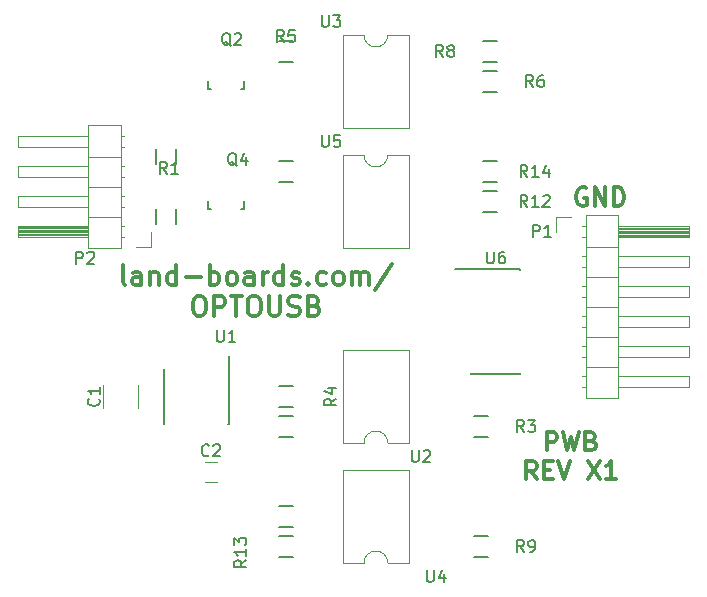
<source format=gto>
G04 #@! TF.FileFunction,Legend,Top*
%FSLAX46Y46*%
G04 Gerber Fmt 4.6, Leading zero omitted, Abs format (unit mm)*
G04 Created by KiCad (PCBNEW (after 2015-mar-04 BZR unknown)-product) date 3/7/2017 4:59:06 PM*
%MOMM*%
G01*
G04 APERTURE LIST*
%ADD10C,0.150000*%
%ADD11C,0.304800*%
%ADD12C,0.120000*%
G04 APERTURE END LIST*
D10*
D11*
X44495358Y-15392400D02*
X44350215Y-15316200D01*
X44132501Y-15316200D01*
X43914786Y-15392400D01*
X43769644Y-15544800D01*
X43697072Y-15697200D01*
X43624501Y-16002000D01*
X43624501Y-16230600D01*
X43697072Y-16535400D01*
X43769644Y-16687800D01*
X43914786Y-16840200D01*
X44132501Y-16916400D01*
X44277644Y-16916400D01*
X44495358Y-16840200D01*
X44567929Y-16764000D01*
X44567929Y-16230600D01*
X44277644Y-16230600D01*
X45221072Y-16916400D02*
X45221072Y-15316200D01*
X46091929Y-16916400D01*
X46091929Y-15316200D01*
X46817643Y-16916400D02*
X46817643Y-15316200D01*
X47180500Y-15316200D01*
X47398215Y-15392400D01*
X47543357Y-15544800D01*
X47615929Y-15697200D01*
X47688500Y-16002000D01*
X47688500Y-16230600D01*
X47615929Y-16535400D01*
X47543357Y-16687800D01*
X47398215Y-16840200D01*
X47180500Y-16916400D01*
X46817643Y-16916400D01*
X5464023Y-23568781D02*
X5306785Y-23490162D01*
X5228166Y-23332924D01*
X5228166Y-21917781D01*
X6800548Y-23568781D02*
X6800548Y-22703971D01*
X6721929Y-22546733D01*
X6564691Y-22468114D01*
X6250214Y-22468114D01*
X6092976Y-22546733D01*
X6800548Y-23490162D02*
X6643310Y-23568781D01*
X6250214Y-23568781D01*
X6092976Y-23490162D01*
X6014357Y-23332924D01*
X6014357Y-23175686D01*
X6092976Y-23018448D01*
X6250214Y-22939829D01*
X6643310Y-22939829D01*
X6800548Y-22861210D01*
X7586738Y-22468114D02*
X7586738Y-23568781D01*
X7586738Y-22625352D02*
X7665357Y-22546733D01*
X7822595Y-22468114D01*
X8058453Y-22468114D01*
X8215691Y-22546733D01*
X8294310Y-22703971D01*
X8294310Y-23568781D01*
X9788072Y-23568781D02*
X9788072Y-21917781D01*
X9788072Y-23490162D02*
X9630834Y-23568781D01*
X9316357Y-23568781D01*
X9159119Y-23490162D01*
X9080500Y-23411543D01*
X9001881Y-23254305D01*
X9001881Y-22782590D01*
X9080500Y-22625352D01*
X9159119Y-22546733D01*
X9316357Y-22468114D01*
X9630834Y-22468114D01*
X9788072Y-22546733D01*
X10574262Y-22939829D02*
X11832167Y-22939829D01*
X12618357Y-23568781D02*
X12618357Y-21917781D01*
X12618357Y-22546733D02*
X12775595Y-22468114D01*
X13090072Y-22468114D01*
X13247310Y-22546733D01*
X13325929Y-22625352D01*
X13404548Y-22782590D01*
X13404548Y-23254305D01*
X13325929Y-23411543D01*
X13247310Y-23490162D01*
X13090072Y-23568781D01*
X12775595Y-23568781D01*
X12618357Y-23490162D01*
X14347976Y-23568781D02*
X14190738Y-23490162D01*
X14112119Y-23411543D01*
X14033500Y-23254305D01*
X14033500Y-22782590D01*
X14112119Y-22625352D01*
X14190738Y-22546733D01*
X14347976Y-22468114D01*
X14583834Y-22468114D01*
X14741072Y-22546733D01*
X14819691Y-22625352D01*
X14898310Y-22782590D01*
X14898310Y-23254305D01*
X14819691Y-23411543D01*
X14741072Y-23490162D01*
X14583834Y-23568781D01*
X14347976Y-23568781D01*
X16313453Y-23568781D02*
X16313453Y-22703971D01*
X16234834Y-22546733D01*
X16077596Y-22468114D01*
X15763119Y-22468114D01*
X15605881Y-22546733D01*
X16313453Y-23490162D02*
X16156215Y-23568781D01*
X15763119Y-23568781D01*
X15605881Y-23490162D01*
X15527262Y-23332924D01*
X15527262Y-23175686D01*
X15605881Y-23018448D01*
X15763119Y-22939829D01*
X16156215Y-22939829D01*
X16313453Y-22861210D01*
X17099643Y-23568781D02*
X17099643Y-22468114D01*
X17099643Y-22782590D02*
X17178262Y-22625352D01*
X17256881Y-22546733D01*
X17414119Y-22468114D01*
X17571358Y-22468114D01*
X18829263Y-23568781D02*
X18829263Y-21917781D01*
X18829263Y-23490162D02*
X18672025Y-23568781D01*
X18357548Y-23568781D01*
X18200310Y-23490162D01*
X18121691Y-23411543D01*
X18043072Y-23254305D01*
X18043072Y-22782590D01*
X18121691Y-22625352D01*
X18200310Y-22546733D01*
X18357548Y-22468114D01*
X18672025Y-22468114D01*
X18829263Y-22546733D01*
X19536834Y-23490162D02*
X19694072Y-23568781D01*
X20008548Y-23568781D01*
X20165787Y-23490162D01*
X20244406Y-23332924D01*
X20244406Y-23254305D01*
X20165787Y-23097067D01*
X20008548Y-23018448D01*
X19772691Y-23018448D01*
X19615453Y-22939829D01*
X19536834Y-22782590D01*
X19536834Y-22703971D01*
X19615453Y-22546733D01*
X19772691Y-22468114D01*
X20008548Y-22468114D01*
X20165787Y-22546733D01*
X20951977Y-23411543D02*
X21030596Y-23490162D01*
X20951977Y-23568781D01*
X20873358Y-23490162D01*
X20951977Y-23411543D01*
X20951977Y-23568781D01*
X22445739Y-23490162D02*
X22288501Y-23568781D01*
X21974024Y-23568781D01*
X21816786Y-23490162D01*
X21738167Y-23411543D01*
X21659548Y-23254305D01*
X21659548Y-22782590D01*
X21738167Y-22625352D01*
X21816786Y-22546733D01*
X21974024Y-22468114D01*
X22288501Y-22468114D01*
X22445739Y-22546733D01*
X23389167Y-23568781D02*
X23231929Y-23490162D01*
X23153310Y-23411543D01*
X23074691Y-23254305D01*
X23074691Y-22782590D01*
X23153310Y-22625352D01*
X23231929Y-22546733D01*
X23389167Y-22468114D01*
X23625025Y-22468114D01*
X23782263Y-22546733D01*
X23860882Y-22625352D01*
X23939501Y-22782590D01*
X23939501Y-23254305D01*
X23860882Y-23411543D01*
X23782263Y-23490162D01*
X23625025Y-23568781D01*
X23389167Y-23568781D01*
X24647072Y-23568781D02*
X24647072Y-22468114D01*
X24647072Y-22625352D02*
X24725691Y-22546733D01*
X24882929Y-22468114D01*
X25118787Y-22468114D01*
X25276025Y-22546733D01*
X25354644Y-22703971D01*
X25354644Y-23568781D01*
X25354644Y-22703971D02*
X25433263Y-22546733D01*
X25590501Y-22468114D01*
X25826358Y-22468114D01*
X25983596Y-22546733D01*
X26062215Y-22703971D01*
X26062215Y-23568781D01*
X28027691Y-21839162D02*
X26612548Y-23961876D01*
X11557000Y-24533981D02*
X11871477Y-24533981D01*
X12028715Y-24612600D01*
X12185953Y-24769838D01*
X12264572Y-25084314D01*
X12264572Y-25634648D01*
X12185953Y-25949124D01*
X12028715Y-26106362D01*
X11871477Y-26184981D01*
X11557000Y-26184981D01*
X11399762Y-26106362D01*
X11242524Y-25949124D01*
X11163905Y-25634648D01*
X11163905Y-25084314D01*
X11242524Y-24769838D01*
X11399762Y-24612600D01*
X11557000Y-24533981D01*
X12972143Y-26184981D02*
X12972143Y-24533981D01*
X13601096Y-24533981D01*
X13758334Y-24612600D01*
X13836953Y-24691219D01*
X13915572Y-24848457D01*
X13915572Y-25084314D01*
X13836953Y-25241552D01*
X13758334Y-25320171D01*
X13601096Y-25398790D01*
X12972143Y-25398790D01*
X14387286Y-24533981D02*
X15330715Y-24533981D01*
X14859000Y-26184981D02*
X14859000Y-24533981D01*
X16195524Y-24533981D02*
X16510001Y-24533981D01*
X16667239Y-24612600D01*
X16824477Y-24769838D01*
X16903096Y-25084314D01*
X16903096Y-25634648D01*
X16824477Y-25949124D01*
X16667239Y-26106362D01*
X16510001Y-26184981D01*
X16195524Y-26184981D01*
X16038286Y-26106362D01*
X15881048Y-25949124D01*
X15802429Y-25634648D01*
X15802429Y-25084314D01*
X15881048Y-24769838D01*
X16038286Y-24612600D01*
X16195524Y-24533981D01*
X17610667Y-24533981D02*
X17610667Y-25870505D01*
X17689286Y-26027743D01*
X17767905Y-26106362D01*
X17925143Y-26184981D01*
X18239620Y-26184981D01*
X18396858Y-26106362D01*
X18475477Y-26027743D01*
X18554096Y-25870505D01*
X18554096Y-24533981D01*
X19261667Y-26106362D02*
X19497524Y-26184981D01*
X19890620Y-26184981D01*
X20047858Y-26106362D01*
X20126477Y-26027743D01*
X20205096Y-25870505D01*
X20205096Y-25713267D01*
X20126477Y-25556029D01*
X20047858Y-25477410D01*
X19890620Y-25398790D01*
X19576143Y-25320171D01*
X19418905Y-25241552D01*
X19340286Y-25162933D01*
X19261667Y-25005695D01*
X19261667Y-24848457D01*
X19340286Y-24691219D01*
X19418905Y-24612600D01*
X19576143Y-24533981D01*
X19969239Y-24533981D01*
X20205096Y-24612600D01*
X21463001Y-25320171D02*
X21698858Y-25398790D01*
X21777477Y-25477410D01*
X21856096Y-25634648D01*
X21856096Y-25870505D01*
X21777477Y-26027743D01*
X21698858Y-26106362D01*
X21541620Y-26184981D01*
X20912667Y-26184981D01*
X20912667Y-24533981D01*
X21463001Y-24533981D01*
X21620239Y-24612600D01*
X21698858Y-24691219D01*
X21777477Y-24848457D01*
X21777477Y-25005695D01*
X21698858Y-25162933D01*
X21620239Y-25241552D01*
X21463001Y-25320171D01*
X20912667Y-25320171D01*
X41148000Y-37570229D02*
X41148000Y-36046229D01*
X41728572Y-36046229D01*
X41873714Y-36118800D01*
X41946286Y-36191371D01*
X42018857Y-36336514D01*
X42018857Y-36554229D01*
X41946286Y-36699371D01*
X41873714Y-36771943D01*
X41728572Y-36844514D01*
X41148000Y-36844514D01*
X42526857Y-36046229D02*
X42889714Y-37570229D01*
X43180000Y-36481657D01*
X43470286Y-37570229D01*
X43833143Y-36046229D01*
X44921714Y-36771943D02*
X45139428Y-36844514D01*
X45212000Y-36917086D01*
X45284571Y-37062229D01*
X45284571Y-37279943D01*
X45212000Y-37425086D01*
X45139428Y-37497657D01*
X44994286Y-37570229D01*
X44413714Y-37570229D01*
X44413714Y-36046229D01*
X44921714Y-36046229D01*
X45066857Y-36118800D01*
X45139428Y-36191371D01*
X45212000Y-36336514D01*
X45212000Y-36481657D01*
X45139428Y-36626800D01*
X45066857Y-36699371D01*
X44921714Y-36771943D01*
X44413714Y-36771943D01*
X40277142Y-40008629D02*
X39769142Y-39282914D01*
X39406285Y-40008629D02*
X39406285Y-38484629D01*
X39986857Y-38484629D01*
X40131999Y-38557200D01*
X40204571Y-38629771D01*
X40277142Y-38774914D01*
X40277142Y-38992629D01*
X40204571Y-39137771D01*
X40131999Y-39210343D01*
X39986857Y-39282914D01*
X39406285Y-39282914D01*
X40930285Y-39210343D02*
X41438285Y-39210343D01*
X41655999Y-40008629D02*
X40930285Y-40008629D01*
X40930285Y-38484629D01*
X41655999Y-38484629D01*
X42091428Y-38484629D02*
X42599428Y-40008629D01*
X43107428Y-38484629D01*
X44631428Y-38484629D02*
X45647428Y-40008629D01*
X45647428Y-38484629D02*
X44631428Y-40008629D01*
X47026286Y-40008629D02*
X46155429Y-40008629D01*
X46590857Y-40008629D02*
X46590857Y-38484629D01*
X46445714Y-38702343D01*
X46300572Y-38847486D01*
X46155429Y-38920057D01*
D10*
X8015000Y-18380000D02*
X8015000Y-17180000D01*
X9765000Y-17180000D02*
X9765000Y-18380000D01*
X36160000Y-46595000D02*
X34960000Y-46595000D01*
X34960000Y-44845000D02*
X36160000Y-44845000D01*
X8015000Y-13300000D02*
X8015000Y-12100000D01*
X9765000Y-12100000D02*
X9765000Y-13300000D01*
X19650000Y-44055000D02*
X18450000Y-44055000D01*
X18450000Y-42305000D02*
X19650000Y-42305000D01*
X36160000Y-36435000D02*
X34960000Y-36435000D01*
X34960000Y-34685000D02*
X36160000Y-34685000D01*
X19650000Y-14845000D02*
X18450000Y-14845000D01*
X18450000Y-13095000D02*
X19650000Y-13095000D01*
X19650000Y-33895000D02*
X18450000Y-33895000D01*
X18450000Y-32145000D02*
X19650000Y-32145000D01*
X35722000Y-15635000D02*
X36922000Y-15635000D01*
X36922000Y-17385000D02*
X35722000Y-17385000D01*
X15469820Y-6299200D02*
X15469820Y-7000240D01*
X15469820Y-7000240D02*
X15220900Y-7000240D01*
X12670840Y-7000240D02*
X12470180Y-7000240D01*
X12470180Y-7000240D02*
X12470180Y-6299200D01*
X15469820Y-16459200D02*
X15469820Y-17160240D01*
X15469820Y-17160240D02*
X15220900Y-17160240D01*
X12670840Y-17160240D02*
X12470180Y-17160240D01*
X12470180Y-17160240D02*
X12470180Y-16459200D01*
X19650000Y-46595000D02*
X18450000Y-46595000D01*
X18450000Y-44845000D02*
X19650000Y-44845000D01*
X35722000Y-13095000D02*
X36922000Y-13095000D01*
X36922000Y-14845000D02*
X35722000Y-14845000D01*
X19650000Y-4685000D02*
X18450000Y-4685000D01*
X18450000Y-2935000D02*
X19650000Y-2935000D01*
X35722000Y-5475000D02*
X36922000Y-5475000D01*
X36922000Y-7225000D02*
X35722000Y-7225000D01*
X19650000Y-36435000D02*
X18450000Y-36435000D01*
X18450000Y-34685000D02*
X19650000Y-34685000D01*
X35722000Y-2935000D02*
X36922000Y-2935000D01*
X36922000Y-4685000D02*
X35722000Y-4685000D01*
D12*
X3600000Y-32020000D02*
X3600000Y-34020000D01*
X6560000Y-34020000D02*
X6560000Y-32020000D01*
X13200000Y-38520000D02*
X12200000Y-38520000D01*
X12200000Y-40220000D02*
X13200000Y-40220000D01*
X44460000Y-17660000D02*
X44460000Y-20320000D01*
X44460000Y-20320000D02*
X47200000Y-20320000D01*
X47200000Y-20320000D02*
X47200000Y-17660000D01*
X47200000Y-17660000D02*
X44460000Y-17660000D01*
X47200000Y-18610000D02*
X47200000Y-19490000D01*
X47200000Y-19490000D02*
X53200000Y-19490000D01*
X53200000Y-19490000D02*
X53200000Y-18610000D01*
X53200000Y-18610000D02*
X47200000Y-18610000D01*
X44150000Y-18610000D02*
X44460000Y-18610000D01*
X44150000Y-19490000D02*
X44460000Y-19490000D01*
X47200000Y-18730000D02*
X53200000Y-18730000D01*
X47200000Y-18850000D02*
X53200000Y-18850000D01*
X47200000Y-18970000D02*
X53200000Y-18970000D01*
X47200000Y-19090000D02*
X53200000Y-19090000D01*
X47200000Y-19210000D02*
X53200000Y-19210000D01*
X47200000Y-19330000D02*
X53200000Y-19330000D01*
X47200000Y-19450000D02*
X53200000Y-19450000D01*
X44460000Y-20320000D02*
X44460000Y-22860000D01*
X44460000Y-22860000D02*
X47200000Y-22860000D01*
X47200000Y-22860000D02*
X47200000Y-20320000D01*
X47200000Y-20320000D02*
X44460000Y-20320000D01*
X47200000Y-21150000D02*
X47200000Y-22030000D01*
X47200000Y-22030000D02*
X53200000Y-22030000D01*
X53200000Y-22030000D02*
X53200000Y-21150000D01*
X53200000Y-21150000D02*
X47200000Y-21150000D01*
X44150000Y-21150000D02*
X44460000Y-21150000D01*
X44150000Y-22030000D02*
X44460000Y-22030000D01*
X44460000Y-22860000D02*
X44460000Y-25400000D01*
X44460000Y-25400000D02*
X47200000Y-25400000D01*
X47200000Y-25400000D02*
X47200000Y-22860000D01*
X47200000Y-22860000D02*
X44460000Y-22860000D01*
X47200000Y-23690000D02*
X47200000Y-24570000D01*
X47200000Y-24570000D02*
X53200000Y-24570000D01*
X53200000Y-24570000D02*
X53200000Y-23690000D01*
X53200000Y-23690000D02*
X47200000Y-23690000D01*
X44150000Y-23690000D02*
X44460000Y-23690000D01*
X44150000Y-24570000D02*
X44460000Y-24570000D01*
X44460000Y-25400000D02*
X44460000Y-27940000D01*
X44460000Y-27940000D02*
X47200000Y-27940000D01*
X47200000Y-27940000D02*
X47200000Y-25400000D01*
X47200000Y-25400000D02*
X44460000Y-25400000D01*
X47200000Y-26230000D02*
X47200000Y-27110000D01*
X47200000Y-27110000D02*
X53200000Y-27110000D01*
X53200000Y-27110000D02*
X53200000Y-26230000D01*
X53200000Y-26230000D02*
X47200000Y-26230000D01*
X44150000Y-26230000D02*
X44460000Y-26230000D01*
X44150000Y-27110000D02*
X44460000Y-27110000D01*
X44460000Y-27940000D02*
X44460000Y-30480000D01*
X44460000Y-30480000D02*
X47200000Y-30480000D01*
X47200000Y-30480000D02*
X47200000Y-27940000D01*
X47200000Y-27940000D02*
X44460000Y-27940000D01*
X47200000Y-28770000D02*
X47200000Y-29650000D01*
X47200000Y-29650000D02*
X53200000Y-29650000D01*
X53200000Y-29650000D02*
X53200000Y-28770000D01*
X53200000Y-28770000D02*
X47200000Y-28770000D01*
X44150000Y-28770000D02*
X44460000Y-28770000D01*
X44150000Y-29650000D02*
X44460000Y-29650000D01*
X44460000Y-30480000D02*
X44460000Y-33140000D01*
X44460000Y-33140000D02*
X47200000Y-33140000D01*
X47200000Y-33140000D02*
X47200000Y-30480000D01*
X47200000Y-30480000D02*
X44460000Y-30480000D01*
X47200000Y-31310000D02*
X47200000Y-32190000D01*
X47200000Y-32190000D02*
X53200000Y-32190000D01*
X53200000Y-32190000D02*
X53200000Y-31310000D01*
X53200000Y-31310000D02*
X47200000Y-31310000D01*
X44150000Y-31310000D02*
X44460000Y-31310000D01*
X44150000Y-32190000D02*
X44460000Y-32190000D01*
X41910000Y-19050000D02*
X41910000Y-17780000D01*
X41910000Y-17780000D02*
X43180000Y-17780000D01*
X5070000Y-20440000D02*
X5070000Y-17780000D01*
X5070000Y-17780000D02*
X2330000Y-17780000D01*
X2330000Y-17780000D02*
X2330000Y-20440000D01*
X2330000Y-20440000D02*
X5070000Y-20440000D01*
X2330000Y-19490000D02*
X2330000Y-18610000D01*
X2330000Y-18610000D02*
X-3670000Y-18610000D01*
X-3670000Y-18610000D02*
X-3670000Y-19490000D01*
X-3670000Y-19490000D02*
X2330000Y-19490000D01*
X5380000Y-19490000D02*
X5070000Y-19490000D01*
X5380000Y-18610000D02*
X5070000Y-18610000D01*
X2330000Y-19370000D02*
X-3670000Y-19370000D01*
X2330000Y-19250000D02*
X-3670000Y-19250000D01*
X2330000Y-19130000D02*
X-3670000Y-19130000D01*
X2330000Y-19010000D02*
X-3670000Y-19010000D01*
X2330000Y-18890000D02*
X-3670000Y-18890000D01*
X2330000Y-18770000D02*
X-3670000Y-18770000D01*
X2330000Y-18650000D02*
X-3670000Y-18650000D01*
X5070000Y-17780000D02*
X5070000Y-15240000D01*
X5070000Y-15240000D02*
X2330000Y-15240000D01*
X2330000Y-15240000D02*
X2330000Y-17780000D01*
X2330000Y-17780000D02*
X5070000Y-17780000D01*
X2330000Y-16950000D02*
X2330000Y-16070000D01*
X2330000Y-16070000D02*
X-3670000Y-16070000D01*
X-3670000Y-16070000D02*
X-3670000Y-16950000D01*
X-3670000Y-16950000D02*
X2330000Y-16950000D01*
X5380000Y-16950000D02*
X5070000Y-16950000D01*
X5380000Y-16070000D02*
X5070000Y-16070000D01*
X5070000Y-15240000D02*
X5070000Y-12700000D01*
X5070000Y-12700000D02*
X2330000Y-12700000D01*
X2330000Y-12700000D02*
X2330000Y-15240000D01*
X2330000Y-15240000D02*
X5070000Y-15240000D01*
X2330000Y-14410000D02*
X2330000Y-13530000D01*
X2330000Y-13530000D02*
X-3670000Y-13530000D01*
X-3670000Y-13530000D02*
X-3670000Y-14410000D01*
X-3670000Y-14410000D02*
X2330000Y-14410000D01*
X5380000Y-14410000D02*
X5070000Y-14410000D01*
X5380000Y-13530000D02*
X5070000Y-13530000D01*
X5070000Y-12700000D02*
X5070000Y-10040000D01*
X5070000Y-10040000D02*
X2330000Y-10040000D01*
X2330000Y-10040000D02*
X2330000Y-12700000D01*
X2330000Y-12700000D02*
X5070000Y-12700000D01*
X2330000Y-11870000D02*
X2330000Y-10990000D01*
X2330000Y-10990000D02*
X-3670000Y-10990000D01*
X-3670000Y-10990000D02*
X-3670000Y-11870000D01*
X-3670000Y-11870000D02*
X2330000Y-11870000D01*
X5380000Y-11870000D02*
X5070000Y-11870000D01*
X5380000Y-10990000D02*
X5070000Y-10990000D01*
X7620000Y-19050000D02*
X7620000Y-20320000D01*
X7620000Y-20320000D02*
X6350000Y-20320000D01*
D10*
X14230000Y-35320000D02*
X14130000Y-35320000D01*
X8705000Y-35345000D02*
X8730000Y-35345000D01*
X8705000Y-30695000D02*
X8730000Y-30695000D01*
X14230000Y-29620000D02*
X14230000Y-35320000D01*
X8705000Y-30695000D02*
X8705000Y-35345000D01*
D12*
X25670000Y-36950000D02*
G75*
G02X27670000Y-36950000I1000000J0D01*
G01*
X27670000Y-36950000D02*
X29440000Y-36950000D01*
X29440000Y-36950000D02*
X29440000Y-29090000D01*
X29440000Y-29090000D02*
X23900000Y-29090000D01*
X23900000Y-29090000D02*
X23900000Y-36950000D01*
X23900000Y-36950000D02*
X25670000Y-36950000D01*
X27670000Y-2420000D02*
G75*
G02X25670000Y-2420000I-1000000J0D01*
G01*
X25670000Y-2420000D02*
X23900000Y-2420000D01*
X23900000Y-2420000D02*
X23900000Y-10280000D01*
X23900000Y-10280000D02*
X29440000Y-10280000D01*
X29440000Y-10280000D02*
X29440000Y-2420000D01*
X29440000Y-2420000D02*
X27670000Y-2420000D01*
X25670000Y-47110000D02*
G75*
G02X27670000Y-47110000I1000000J0D01*
G01*
X27670000Y-47110000D02*
X29440000Y-47110000D01*
X29440000Y-47110000D02*
X29440000Y-39250000D01*
X29440000Y-39250000D02*
X23900000Y-39250000D01*
X23900000Y-39250000D02*
X23900000Y-47110000D01*
X23900000Y-47110000D02*
X25670000Y-47110000D01*
X27670000Y-12580000D02*
G75*
G02X25670000Y-12580000I-1000000J0D01*
G01*
X25670000Y-12580000D02*
X23900000Y-12580000D01*
X23900000Y-12580000D02*
X23900000Y-20440000D01*
X23900000Y-20440000D02*
X29440000Y-20440000D01*
X29440000Y-20440000D02*
X29440000Y-12580000D01*
X29440000Y-12580000D02*
X27670000Y-12580000D01*
D10*
X34755000Y-22220000D02*
X34755000Y-22245000D01*
X38905000Y-22220000D02*
X38905000Y-22335000D01*
X38905000Y-31120000D02*
X38905000Y-31005000D01*
X34755000Y-31120000D02*
X34755000Y-31005000D01*
X34755000Y-22220000D02*
X38905000Y-22220000D01*
X34755000Y-31120000D02*
X38905000Y-31120000D01*
X34755000Y-22245000D02*
X33380000Y-22245000D01*
X8977334Y-14168381D02*
X8644000Y-13692190D01*
X8405905Y-14168381D02*
X8405905Y-13168381D01*
X8786858Y-13168381D01*
X8882096Y-13216000D01*
X8929715Y-13263619D01*
X8977334Y-13358857D01*
X8977334Y-13501714D01*
X8929715Y-13596952D01*
X8882096Y-13644571D01*
X8786858Y-13692190D01*
X8405905Y-13692190D01*
X9929715Y-14168381D02*
X9358286Y-14168381D01*
X9644000Y-14168381D02*
X9644000Y-13168381D01*
X9548762Y-13311238D01*
X9453524Y-13406476D01*
X9358286Y-13454095D01*
X39203334Y-46172381D02*
X38870000Y-45696190D01*
X38631905Y-46172381D02*
X38631905Y-45172381D01*
X39012858Y-45172381D01*
X39108096Y-45220000D01*
X39155715Y-45267619D01*
X39203334Y-45362857D01*
X39203334Y-45505714D01*
X39155715Y-45600952D01*
X39108096Y-45648571D01*
X39012858Y-45696190D01*
X38631905Y-45696190D01*
X39679524Y-46172381D02*
X39870000Y-46172381D01*
X39965239Y-46124762D01*
X40012858Y-46077143D01*
X40108096Y-45934286D01*
X40155715Y-45743810D01*
X40155715Y-45362857D01*
X40108096Y-45267619D01*
X40060477Y-45220000D01*
X39965239Y-45172381D01*
X39774762Y-45172381D01*
X39679524Y-45220000D01*
X39631905Y-45267619D01*
X39584286Y-45362857D01*
X39584286Y-45600952D01*
X39631905Y-45696190D01*
X39679524Y-45743810D01*
X39774762Y-45791429D01*
X39965239Y-45791429D01*
X40060477Y-45743810D01*
X40108096Y-45696190D01*
X40155715Y-45600952D01*
X39203334Y-36012381D02*
X38870000Y-35536190D01*
X38631905Y-36012381D02*
X38631905Y-35012381D01*
X39012858Y-35012381D01*
X39108096Y-35060000D01*
X39155715Y-35107619D01*
X39203334Y-35202857D01*
X39203334Y-35345714D01*
X39155715Y-35440952D01*
X39108096Y-35488571D01*
X39012858Y-35536190D01*
X38631905Y-35536190D01*
X39536667Y-35012381D02*
X40155715Y-35012381D01*
X39822381Y-35393333D01*
X39965239Y-35393333D01*
X40060477Y-35440952D01*
X40108096Y-35488571D01*
X40155715Y-35583810D01*
X40155715Y-35821905D01*
X40108096Y-35917143D01*
X40060477Y-35964762D01*
X39965239Y-36012381D01*
X39679524Y-36012381D01*
X39584286Y-35964762D01*
X39536667Y-35917143D01*
X23312381Y-33186666D02*
X22836190Y-33520000D01*
X23312381Y-33758095D02*
X22312381Y-33758095D01*
X22312381Y-33377142D01*
X22360000Y-33281904D01*
X22407619Y-33234285D01*
X22502857Y-33186666D01*
X22645714Y-33186666D01*
X22740952Y-33234285D01*
X22788571Y-33281904D01*
X22836190Y-33377142D01*
X22836190Y-33758095D01*
X22645714Y-32329523D02*
X23312381Y-32329523D01*
X22264762Y-32567619D02*
X22979048Y-32805714D01*
X22979048Y-32186666D01*
X39489143Y-16962381D02*
X39155809Y-16486190D01*
X38917714Y-16962381D02*
X38917714Y-15962381D01*
X39298667Y-15962381D01*
X39393905Y-16010000D01*
X39441524Y-16057619D01*
X39489143Y-16152857D01*
X39489143Y-16295714D01*
X39441524Y-16390952D01*
X39393905Y-16438571D01*
X39298667Y-16486190D01*
X38917714Y-16486190D01*
X40441524Y-16962381D02*
X39870095Y-16962381D01*
X40155809Y-16962381D02*
X40155809Y-15962381D01*
X40060571Y-16105238D01*
X39965333Y-16200476D01*
X39870095Y-16248095D01*
X40822476Y-16057619D02*
X40870095Y-16010000D01*
X40965333Y-15962381D01*
X41203429Y-15962381D01*
X41298667Y-16010000D01*
X41346286Y-16057619D01*
X41393905Y-16152857D01*
X41393905Y-16248095D01*
X41346286Y-16390952D01*
X40774857Y-16962381D01*
X41393905Y-16962381D01*
X14382762Y-3341619D02*
X14287524Y-3294000D01*
X14192286Y-3198762D01*
X14049429Y-3055905D01*
X13954190Y-3008286D01*
X13858952Y-3008286D01*
X13906571Y-3246381D02*
X13811333Y-3198762D01*
X13716095Y-3103524D01*
X13668476Y-2913048D01*
X13668476Y-2579714D01*
X13716095Y-2389238D01*
X13811333Y-2294000D01*
X13906571Y-2246381D01*
X14097048Y-2246381D01*
X14192286Y-2294000D01*
X14287524Y-2389238D01*
X14335143Y-2579714D01*
X14335143Y-2913048D01*
X14287524Y-3103524D01*
X14192286Y-3198762D01*
X14097048Y-3246381D01*
X13906571Y-3246381D01*
X14716095Y-2341619D02*
X14763714Y-2294000D01*
X14858952Y-2246381D01*
X15097048Y-2246381D01*
X15192286Y-2294000D01*
X15239905Y-2341619D01*
X15287524Y-2436857D01*
X15287524Y-2532095D01*
X15239905Y-2674952D01*
X14668476Y-3246381D01*
X15287524Y-3246381D01*
X14890762Y-13501619D02*
X14795524Y-13454000D01*
X14700286Y-13358762D01*
X14557429Y-13215905D01*
X14462190Y-13168286D01*
X14366952Y-13168286D01*
X14414571Y-13406381D02*
X14319333Y-13358762D01*
X14224095Y-13263524D01*
X14176476Y-13073048D01*
X14176476Y-12739714D01*
X14224095Y-12549238D01*
X14319333Y-12454000D01*
X14414571Y-12406381D01*
X14605048Y-12406381D01*
X14700286Y-12454000D01*
X14795524Y-12549238D01*
X14843143Y-12739714D01*
X14843143Y-13073048D01*
X14795524Y-13263524D01*
X14700286Y-13358762D01*
X14605048Y-13406381D01*
X14414571Y-13406381D01*
X15700286Y-12739714D02*
X15700286Y-13406381D01*
X15462190Y-12358762D02*
X15224095Y-13073048D01*
X15843143Y-13073048D01*
X15692381Y-46870857D02*
X15216190Y-47204191D01*
X15692381Y-47442286D02*
X14692381Y-47442286D01*
X14692381Y-47061333D01*
X14740000Y-46966095D01*
X14787619Y-46918476D01*
X14882857Y-46870857D01*
X15025714Y-46870857D01*
X15120952Y-46918476D01*
X15168571Y-46966095D01*
X15216190Y-47061333D01*
X15216190Y-47442286D01*
X15692381Y-45918476D02*
X15692381Y-46489905D01*
X15692381Y-46204191D02*
X14692381Y-46204191D01*
X14835238Y-46299429D01*
X14930476Y-46394667D01*
X14978095Y-46489905D01*
X14692381Y-45585143D02*
X14692381Y-44966095D01*
X15073333Y-45299429D01*
X15073333Y-45156571D01*
X15120952Y-45061333D01*
X15168571Y-45013714D01*
X15263810Y-44966095D01*
X15501905Y-44966095D01*
X15597143Y-45013714D01*
X15644762Y-45061333D01*
X15692381Y-45156571D01*
X15692381Y-45442286D01*
X15644762Y-45537524D01*
X15597143Y-45585143D01*
X39489143Y-14422381D02*
X39155809Y-13946190D01*
X38917714Y-14422381D02*
X38917714Y-13422381D01*
X39298667Y-13422381D01*
X39393905Y-13470000D01*
X39441524Y-13517619D01*
X39489143Y-13612857D01*
X39489143Y-13755714D01*
X39441524Y-13850952D01*
X39393905Y-13898571D01*
X39298667Y-13946190D01*
X38917714Y-13946190D01*
X40441524Y-14422381D02*
X39870095Y-14422381D01*
X40155809Y-14422381D02*
X40155809Y-13422381D01*
X40060571Y-13565238D01*
X39965333Y-13660476D01*
X39870095Y-13708095D01*
X41298667Y-13755714D02*
X41298667Y-14422381D01*
X41060571Y-13374762D02*
X40822476Y-14089048D01*
X41441524Y-14089048D01*
X18883334Y-2992381D02*
X18550000Y-2516190D01*
X18311905Y-2992381D02*
X18311905Y-1992381D01*
X18692858Y-1992381D01*
X18788096Y-2040000D01*
X18835715Y-2087619D01*
X18883334Y-2182857D01*
X18883334Y-2325714D01*
X18835715Y-2420952D01*
X18788096Y-2468571D01*
X18692858Y-2516190D01*
X18311905Y-2516190D01*
X19788096Y-1992381D02*
X19311905Y-1992381D01*
X19264286Y-2468571D01*
X19311905Y-2420952D01*
X19407143Y-2373333D01*
X19645239Y-2373333D01*
X19740477Y-2420952D01*
X19788096Y-2468571D01*
X19835715Y-2563810D01*
X19835715Y-2801905D01*
X19788096Y-2897143D01*
X19740477Y-2944762D01*
X19645239Y-2992381D01*
X19407143Y-2992381D01*
X19311905Y-2944762D01*
X19264286Y-2897143D01*
X39965334Y-6802381D02*
X39632000Y-6326190D01*
X39393905Y-6802381D02*
X39393905Y-5802381D01*
X39774858Y-5802381D01*
X39870096Y-5850000D01*
X39917715Y-5897619D01*
X39965334Y-5992857D01*
X39965334Y-6135714D01*
X39917715Y-6230952D01*
X39870096Y-6278571D01*
X39774858Y-6326190D01*
X39393905Y-6326190D01*
X40822477Y-5802381D02*
X40632000Y-5802381D01*
X40536762Y-5850000D01*
X40489143Y-5897619D01*
X40393905Y-6040476D01*
X40346286Y-6230952D01*
X40346286Y-6611905D01*
X40393905Y-6707143D01*
X40441524Y-6754762D01*
X40536762Y-6802381D01*
X40727239Y-6802381D01*
X40822477Y-6754762D01*
X40870096Y-6707143D01*
X40917715Y-6611905D01*
X40917715Y-6373810D01*
X40870096Y-6278571D01*
X40822477Y-6230952D01*
X40727239Y-6183333D01*
X40536762Y-6183333D01*
X40441524Y-6230952D01*
X40393905Y-6278571D01*
X40346286Y-6373810D01*
X32345334Y-4262381D02*
X32012000Y-3786190D01*
X31773905Y-4262381D02*
X31773905Y-3262381D01*
X32154858Y-3262381D01*
X32250096Y-3310000D01*
X32297715Y-3357619D01*
X32345334Y-3452857D01*
X32345334Y-3595714D01*
X32297715Y-3690952D01*
X32250096Y-3738571D01*
X32154858Y-3786190D01*
X31773905Y-3786190D01*
X32916762Y-3690952D02*
X32821524Y-3643333D01*
X32773905Y-3595714D01*
X32726286Y-3500476D01*
X32726286Y-3452857D01*
X32773905Y-3357619D01*
X32821524Y-3310000D01*
X32916762Y-3262381D01*
X33107239Y-3262381D01*
X33202477Y-3310000D01*
X33250096Y-3357619D01*
X33297715Y-3452857D01*
X33297715Y-3500476D01*
X33250096Y-3595714D01*
X33202477Y-3643333D01*
X33107239Y-3690952D01*
X32916762Y-3690952D01*
X32821524Y-3738571D01*
X32773905Y-3786190D01*
X32726286Y-3881429D01*
X32726286Y-4071905D01*
X32773905Y-4167143D01*
X32821524Y-4214762D01*
X32916762Y-4262381D01*
X33107239Y-4262381D01*
X33202477Y-4214762D01*
X33250096Y-4167143D01*
X33297715Y-4071905D01*
X33297715Y-3881429D01*
X33250096Y-3786190D01*
X33202477Y-3738571D01*
X33107239Y-3690952D01*
X3187143Y-33186666D02*
X3234762Y-33234285D01*
X3282381Y-33377142D01*
X3282381Y-33472380D01*
X3234762Y-33615238D01*
X3139524Y-33710476D01*
X3044286Y-33758095D01*
X2853810Y-33805714D01*
X2710952Y-33805714D01*
X2520476Y-33758095D01*
X2425238Y-33710476D01*
X2330000Y-33615238D01*
X2282381Y-33472380D01*
X2282381Y-33377142D01*
X2330000Y-33234285D01*
X2377619Y-33186666D01*
X3282381Y-32234285D02*
X3282381Y-32805714D01*
X3282381Y-32520000D02*
X2282381Y-32520000D01*
X2425238Y-32615238D01*
X2520476Y-32710476D01*
X2568095Y-32805714D01*
X12533334Y-37977143D02*
X12485715Y-38024762D01*
X12342858Y-38072381D01*
X12247620Y-38072381D01*
X12104762Y-38024762D01*
X12009524Y-37929524D01*
X11961905Y-37834286D01*
X11914286Y-37643810D01*
X11914286Y-37500952D01*
X11961905Y-37310476D01*
X12009524Y-37215238D01*
X12104762Y-37120000D01*
X12247620Y-37072381D01*
X12342858Y-37072381D01*
X12485715Y-37120000D01*
X12533334Y-37167619D01*
X12914286Y-37167619D02*
X12961905Y-37120000D01*
X13057143Y-37072381D01*
X13295239Y-37072381D01*
X13390477Y-37120000D01*
X13438096Y-37167619D01*
X13485715Y-37262857D01*
X13485715Y-37358095D01*
X13438096Y-37500952D01*
X12866667Y-38072381D01*
X13485715Y-38072381D01*
X39965405Y-19502381D02*
X39965405Y-18502381D01*
X40346358Y-18502381D01*
X40441596Y-18550000D01*
X40489215Y-18597619D01*
X40536834Y-18692857D01*
X40536834Y-18835714D01*
X40489215Y-18930952D01*
X40441596Y-18978571D01*
X40346358Y-19026190D01*
X39965405Y-19026190D01*
X41489215Y-19502381D02*
X40917786Y-19502381D01*
X41203500Y-19502381D02*
X41203500Y-18502381D01*
X41108262Y-18645238D01*
X41013024Y-18740476D01*
X40917786Y-18788095D01*
X1296905Y-21772381D02*
X1296905Y-20772381D01*
X1677858Y-20772381D01*
X1773096Y-20820000D01*
X1820715Y-20867619D01*
X1868334Y-20962857D01*
X1868334Y-21105714D01*
X1820715Y-21200952D01*
X1773096Y-21248571D01*
X1677858Y-21296190D01*
X1296905Y-21296190D01*
X2249286Y-20867619D02*
X2296905Y-20820000D01*
X2392143Y-20772381D01*
X2630239Y-20772381D01*
X2725477Y-20820000D01*
X2773096Y-20867619D01*
X2820715Y-20962857D01*
X2820715Y-21058095D01*
X2773096Y-21200952D01*
X2201667Y-21772381D01*
X2820715Y-21772381D01*
X13208095Y-27392381D02*
X13208095Y-28201905D01*
X13255714Y-28297143D01*
X13303333Y-28344762D01*
X13398571Y-28392381D01*
X13589048Y-28392381D01*
X13684286Y-28344762D01*
X13731905Y-28297143D01*
X13779524Y-28201905D01*
X13779524Y-27392381D01*
X14779524Y-28392381D02*
X14208095Y-28392381D01*
X14493809Y-28392381D02*
X14493809Y-27392381D01*
X14398571Y-27535238D01*
X14303333Y-27630476D01*
X14208095Y-27678095D01*
X29718095Y-37552381D02*
X29718095Y-38361905D01*
X29765714Y-38457143D01*
X29813333Y-38504762D01*
X29908571Y-38552381D01*
X30099048Y-38552381D01*
X30194286Y-38504762D01*
X30241905Y-38457143D01*
X30289524Y-38361905D01*
X30289524Y-37552381D01*
X30718095Y-37647619D02*
X30765714Y-37600000D01*
X30860952Y-37552381D01*
X31099048Y-37552381D01*
X31194286Y-37600000D01*
X31241905Y-37647619D01*
X31289524Y-37742857D01*
X31289524Y-37838095D01*
X31241905Y-37980952D01*
X30670476Y-38552381D01*
X31289524Y-38552381D01*
X22098095Y-722381D02*
X22098095Y-1531905D01*
X22145714Y-1627143D01*
X22193333Y-1674762D01*
X22288571Y-1722381D01*
X22479048Y-1722381D01*
X22574286Y-1674762D01*
X22621905Y-1627143D01*
X22669524Y-1531905D01*
X22669524Y-722381D01*
X23050476Y-722381D02*
X23669524Y-722381D01*
X23336190Y-1103333D01*
X23479048Y-1103333D01*
X23574286Y-1150952D01*
X23621905Y-1198571D01*
X23669524Y-1293810D01*
X23669524Y-1531905D01*
X23621905Y-1627143D01*
X23574286Y-1674762D01*
X23479048Y-1722381D01*
X23193333Y-1722381D01*
X23098095Y-1674762D01*
X23050476Y-1627143D01*
X30988095Y-47712381D02*
X30988095Y-48521905D01*
X31035714Y-48617143D01*
X31083333Y-48664762D01*
X31178571Y-48712381D01*
X31369048Y-48712381D01*
X31464286Y-48664762D01*
X31511905Y-48617143D01*
X31559524Y-48521905D01*
X31559524Y-47712381D01*
X32464286Y-48045714D02*
X32464286Y-48712381D01*
X32226190Y-47664762D02*
X31988095Y-48379048D01*
X32607143Y-48379048D01*
X22098095Y-10882381D02*
X22098095Y-11691905D01*
X22145714Y-11787143D01*
X22193333Y-11834762D01*
X22288571Y-11882381D01*
X22479048Y-11882381D01*
X22574286Y-11834762D01*
X22621905Y-11787143D01*
X22669524Y-11691905D01*
X22669524Y-10882381D01*
X23621905Y-10882381D02*
X23145714Y-10882381D01*
X23098095Y-11358571D01*
X23145714Y-11310952D01*
X23240952Y-11263333D01*
X23479048Y-11263333D01*
X23574286Y-11310952D01*
X23621905Y-11358571D01*
X23669524Y-11453810D01*
X23669524Y-11691905D01*
X23621905Y-11787143D01*
X23574286Y-11834762D01*
X23479048Y-11882381D01*
X23240952Y-11882381D01*
X23145714Y-11834762D01*
X23098095Y-11787143D01*
X36068095Y-20747381D02*
X36068095Y-21556905D01*
X36115714Y-21652143D01*
X36163333Y-21699762D01*
X36258571Y-21747381D01*
X36449048Y-21747381D01*
X36544286Y-21699762D01*
X36591905Y-21652143D01*
X36639524Y-21556905D01*
X36639524Y-20747381D01*
X37544286Y-20747381D02*
X37353809Y-20747381D01*
X37258571Y-20795000D01*
X37210952Y-20842619D01*
X37115714Y-20985476D01*
X37068095Y-21175952D01*
X37068095Y-21556905D01*
X37115714Y-21652143D01*
X37163333Y-21699762D01*
X37258571Y-21747381D01*
X37449048Y-21747381D01*
X37544286Y-21699762D01*
X37591905Y-21652143D01*
X37639524Y-21556905D01*
X37639524Y-21318810D01*
X37591905Y-21223571D01*
X37544286Y-21175952D01*
X37449048Y-21128333D01*
X37258571Y-21128333D01*
X37163333Y-21175952D01*
X37115714Y-21223571D01*
X37068095Y-21318810D01*
M02*

</source>
